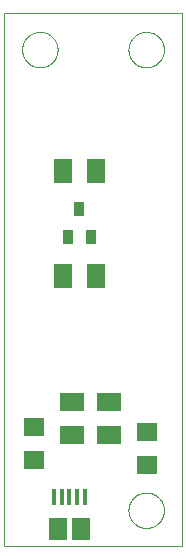
<source format=gbp>
G75*
%MOIN*%
%OFA0B0*%
%FSLAX25Y25*%
%IPPOS*%
%LPD*%
%AMOC8*
5,1,8,0,0,1.08239X$1,22.5*
%
%ADD10C,0.00000*%
%ADD11R,0.07087X0.06299*%
%ADD12R,0.03543X0.04724*%
%ADD13R,0.06299X0.07874*%
%ADD14R,0.07874X0.06299*%
%ADD15R,0.01575X0.05315*%
%ADD16R,0.05906X0.07480*%
D10*
X0001800Y0005756D02*
X0001800Y0183295D01*
X0060855Y0183295D01*
X0060855Y0005756D01*
X0001800Y0005756D01*
X0043138Y0017567D02*
X0043140Y0017720D01*
X0043146Y0017874D01*
X0043156Y0018027D01*
X0043170Y0018179D01*
X0043188Y0018332D01*
X0043210Y0018483D01*
X0043235Y0018634D01*
X0043265Y0018785D01*
X0043299Y0018935D01*
X0043336Y0019083D01*
X0043377Y0019231D01*
X0043422Y0019377D01*
X0043471Y0019523D01*
X0043524Y0019667D01*
X0043580Y0019809D01*
X0043640Y0019950D01*
X0043704Y0020090D01*
X0043771Y0020228D01*
X0043842Y0020364D01*
X0043917Y0020498D01*
X0043994Y0020630D01*
X0044076Y0020760D01*
X0044160Y0020888D01*
X0044248Y0021014D01*
X0044339Y0021137D01*
X0044433Y0021258D01*
X0044531Y0021376D01*
X0044631Y0021492D01*
X0044735Y0021605D01*
X0044841Y0021716D01*
X0044950Y0021824D01*
X0045062Y0021929D01*
X0045176Y0022030D01*
X0045294Y0022129D01*
X0045413Y0022225D01*
X0045535Y0022318D01*
X0045660Y0022407D01*
X0045787Y0022494D01*
X0045916Y0022576D01*
X0046047Y0022656D01*
X0046180Y0022732D01*
X0046315Y0022805D01*
X0046452Y0022874D01*
X0046591Y0022939D01*
X0046731Y0023001D01*
X0046873Y0023059D01*
X0047016Y0023114D01*
X0047161Y0023165D01*
X0047307Y0023212D01*
X0047454Y0023255D01*
X0047602Y0023294D01*
X0047751Y0023330D01*
X0047901Y0023361D01*
X0048052Y0023389D01*
X0048203Y0023413D01*
X0048356Y0023433D01*
X0048508Y0023449D01*
X0048661Y0023461D01*
X0048814Y0023469D01*
X0048967Y0023473D01*
X0049121Y0023473D01*
X0049274Y0023469D01*
X0049427Y0023461D01*
X0049580Y0023449D01*
X0049732Y0023433D01*
X0049885Y0023413D01*
X0050036Y0023389D01*
X0050187Y0023361D01*
X0050337Y0023330D01*
X0050486Y0023294D01*
X0050634Y0023255D01*
X0050781Y0023212D01*
X0050927Y0023165D01*
X0051072Y0023114D01*
X0051215Y0023059D01*
X0051357Y0023001D01*
X0051497Y0022939D01*
X0051636Y0022874D01*
X0051773Y0022805D01*
X0051908Y0022732D01*
X0052041Y0022656D01*
X0052172Y0022576D01*
X0052301Y0022494D01*
X0052428Y0022407D01*
X0052553Y0022318D01*
X0052675Y0022225D01*
X0052794Y0022129D01*
X0052912Y0022030D01*
X0053026Y0021929D01*
X0053138Y0021824D01*
X0053247Y0021716D01*
X0053353Y0021605D01*
X0053457Y0021492D01*
X0053557Y0021376D01*
X0053655Y0021258D01*
X0053749Y0021137D01*
X0053840Y0021014D01*
X0053928Y0020888D01*
X0054012Y0020760D01*
X0054094Y0020630D01*
X0054171Y0020498D01*
X0054246Y0020364D01*
X0054317Y0020228D01*
X0054384Y0020090D01*
X0054448Y0019950D01*
X0054508Y0019809D01*
X0054564Y0019667D01*
X0054617Y0019523D01*
X0054666Y0019377D01*
X0054711Y0019231D01*
X0054752Y0019083D01*
X0054789Y0018935D01*
X0054823Y0018785D01*
X0054853Y0018634D01*
X0054878Y0018483D01*
X0054900Y0018332D01*
X0054918Y0018179D01*
X0054932Y0018027D01*
X0054942Y0017874D01*
X0054948Y0017720D01*
X0054950Y0017567D01*
X0054948Y0017414D01*
X0054942Y0017260D01*
X0054932Y0017107D01*
X0054918Y0016955D01*
X0054900Y0016802D01*
X0054878Y0016651D01*
X0054853Y0016500D01*
X0054823Y0016349D01*
X0054789Y0016199D01*
X0054752Y0016051D01*
X0054711Y0015903D01*
X0054666Y0015757D01*
X0054617Y0015611D01*
X0054564Y0015467D01*
X0054508Y0015325D01*
X0054448Y0015184D01*
X0054384Y0015044D01*
X0054317Y0014906D01*
X0054246Y0014770D01*
X0054171Y0014636D01*
X0054094Y0014504D01*
X0054012Y0014374D01*
X0053928Y0014246D01*
X0053840Y0014120D01*
X0053749Y0013997D01*
X0053655Y0013876D01*
X0053557Y0013758D01*
X0053457Y0013642D01*
X0053353Y0013529D01*
X0053247Y0013418D01*
X0053138Y0013310D01*
X0053026Y0013205D01*
X0052912Y0013104D01*
X0052794Y0013005D01*
X0052675Y0012909D01*
X0052553Y0012816D01*
X0052428Y0012727D01*
X0052301Y0012640D01*
X0052172Y0012558D01*
X0052041Y0012478D01*
X0051908Y0012402D01*
X0051773Y0012329D01*
X0051636Y0012260D01*
X0051497Y0012195D01*
X0051357Y0012133D01*
X0051215Y0012075D01*
X0051072Y0012020D01*
X0050927Y0011969D01*
X0050781Y0011922D01*
X0050634Y0011879D01*
X0050486Y0011840D01*
X0050337Y0011804D01*
X0050187Y0011773D01*
X0050036Y0011745D01*
X0049885Y0011721D01*
X0049732Y0011701D01*
X0049580Y0011685D01*
X0049427Y0011673D01*
X0049274Y0011665D01*
X0049121Y0011661D01*
X0048967Y0011661D01*
X0048814Y0011665D01*
X0048661Y0011673D01*
X0048508Y0011685D01*
X0048356Y0011701D01*
X0048203Y0011721D01*
X0048052Y0011745D01*
X0047901Y0011773D01*
X0047751Y0011804D01*
X0047602Y0011840D01*
X0047454Y0011879D01*
X0047307Y0011922D01*
X0047161Y0011969D01*
X0047016Y0012020D01*
X0046873Y0012075D01*
X0046731Y0012133D01*
X0046591Y0012195D01*
X0046452Y0012260D01*
X0046315Y0012329D01*
X0046180Y0012402D01*
X0046047Y0012478D01*
X0045916Y0012558D01*
X0045787Y0012640D01*
X0045660Y0012727D01*
X0045535Y0012816D01*
X0045413Y0012909D01*
X0045294Y0013005D01*
X0045176Y0013104D01*
X0045062Y0013205D01*
X0044950Y0013310D01*
X0044841Y0013418D01*
X0044735Y0013529D01*
X0044631Y0013642D01*
X0044531Y0013758D01*
X0044433Y0013876D01*
X0044339Y0013997D01*
X0044248Y0014120D01*
X0044160Y0014246D01*
X0044076Y0014374D01*
X0043994Y0014504D01*
X0043917Y0014636D01*
X0043842Y0014770D01*
X0043771Y0014906D01*
X0043704Y0015044D01*
X0043640Y0015184D01*
X0043580Y0015325D01*
X0043524Y0015467D01*
X0043471Y0015611D01*
X0043422Y0015757D01*
X0043377Y0015903D01*
X0043336Y0016051D01*
X0043299Y0016199D01*
X0043265Y0016349D01*
X0043235Y0016500D01*
X0043210Y0016651D01*
X0043188Y0016802D01*
X0043170Y0016955D01*
X0043156Y0017107D01*
X0043146Y0017260D01*
X0043140Y0017414D01*
X0043138Y0017567D01*
X0043138Y0171110D02*
X0043140Y0171263D01*
X0043146Y0171417D01*
X0043156Y0171570D01*
X0043170Y0171722D01*
X0043188Y0171875D01*
X0043210Y0172026D01*
X0043235Y0172177D01*
X0043265Y0172328D01*
X0043299Y0172478D01*
X0043336Y0172626D01*
X0043377Y0172774D01*
X0043422Y0172920D01*
X0043471Y0173066D01*
X0043524Y0173210D01*
X0043580Y0173352D01*
X0043640Y0173493D01*
X0043704Y0173633D01*
X0043771Y0173771D01*
X0043842Y0173907D01*
X0043917Y0174041D01*
X0043994Y0174173D01*
X0044076Y0174303D01*
X0044160Y0174431D01*
X0044248Y0174557D01*
X0044339Y0174680D01*
X0044433Y0174801D01*
X0044531Y0174919D01*
X0044631Y0175035D01*
X0044735Y0175148D01*
X0044841Y0175259D01*
X0044950Y0175367D01*
X0045062Y0175472D01*
X0045176Y0175573D01*
X0045294Y0175672D01*
X0045413Y0175768D01*
X0045535Y0175861D01*
X0045660Y0175950D01*
X0045787Y0176037D01*
X0045916Y0176119D01*
X0046047Y0176199D01*
X0046180Y0176275D01*
X0046315Y0176348D01*
X0046452Y0176417D01*
X0046591Y0176482D01*
X0046731Y0176544D01*
X0046873Y0176602D01*
X0047016Y0176657D01*
X0047161Y0176708D01*
X0047307Y0176755D01*
X0047454Y0176798D01*
X0047602Y0176837D01*
X0047751Y0176873D01*
X0047901Y0176904D01*
X0048052Y0176932D01*
X0048203Y0176956D01*
X0048356Y0176976D01*
X0048508Y0176992D01*
X0048661Y0177004D01*
X0048814Y0177012D01*
X0048967Y0177016D01*
X0049121Y0177016D01*
X0049274Y0177012D01*
X0049427Y0177004D01*
X0049580Y0176992D01*
X0049732Y0176976D01*
X0049885Y0176956D01*
X0050036Y0176932D01*
X0050187Y0176904D01*
X0050337Y0176873D01*
X0050486Y0176837D01*
X0050634Y0176798D01*
X0050781Y0176755D01*
X0050927Y0176708D01*
X0051072Y0176657D01*
X0051215Y0176602D01*
X0051357Y0176544D01*
X0051497Y0176482D01*
X0051636Y0176417D01*
X0051773Y0176348D01*
X0051908Y0176275D01*
X0052041Y0176199D01*
X0052172Y0176119D01*
X0052301Y0176037D01*
X0052428Y0175950D01*
X0052553Y0175861D01*
X0052675Y0175768D01*
X0052794Y0175672D01*
X0052912Y0175573D01*
X0053026Y0175472D01*
X0053138Y0175367D01*
X0053247Y0175259D01*
X0053353Y0175148D01*
X0053457Y0175035D01*
X0053557Y0174919D01*
X0053655Y0174801D01*
X0053749Y0174680D01*
X0053840Y0174557D01*
X0053928Y0174431D01*
X0054012Y0174303D01*
X0054094Y0174173D01*
X0054171Y0174041D01*
X0054246Y0173907D01*
X0054317Y0173771D01*
X0054384Y0173633D01*
X0054448Y0173493D01*
X0054508Y0173352D01*
X0054564Y0173210D01*
X0054617Y0173066D01*
X0054666Y0172920D01*
X0054711Y0172774D01*
X0054752Y0172626D01*
X0054789Y0172478D01*
X0054823Y0172328D01*
X0054853Y0172177D01*
X0054878Y0172026D01*
X0054900Y0171875D01*
X0054918Y0171722D01*
X0054932Y0171570D01*
X0054942Y0171417D01*
X0054948Y0171263D01*
X0054950Y0171110D01*
X0054948Y0170957D01*
X0054942Y0170803D01*
X0054932Y0170650D01*
X0054918Y0170498D01*
X0054900Y0170345D01*
X0054878Y0170194D01*
X0054853Y0170043D01*
X0054823Y0169892D01*
X0054789Y0169742D01*
X0054752Y0169594D01*
X0054711Y0169446D01*
X0054666Y0169300D01*
X0054617Y0169154D01*
X0054564Y0169010D01*
X0054508Y0168868D01*
X0054448Y0168727D01*
X0054384Y0168587D01*
X0054317Y0168449D01*
X0054246Y0168313D01*
X0054171Y0168179D01*
X0054094Y0168047D01*
X0054012Y0167917D01*
X0053928Y0167789D01*
X0053840Y0167663D01*
X0053749Y0167540D01*
X0053655Y0167419D01*
X0053557Y0167301D01*
X0053457Y0167185D01*
X0053353Y0167072D01*
X0053247Y0166961D01*
X0053138Y0166853D01*
X0053026Y0166748D01*
X0052912Y0166647D01*
X0052794Y0166548D01*
X0052675Y0166452D01*
X0052553Y0166359D01*
X0052428Y0166270D01*
X0052301Y0166183D01*
X0052172Y0166101D01*
X0052041Y0166021D01*
X0051908Y0165945D01*
X0051773Y0165872D01*
X0051636Y0165803D01*
X0051497Y0165738D01*
X0051357Y0165676D01*
X0051215Y0165618D01*
X0051072Y0165563D01*
X0050927Y0165512D01*
X0050781Y0165465D01*
X0050634Y0165422D01*
X0050486Y0165383D01*
X0050337Y0165347D01*
X0050187Y0165316D01*
X0050036Y0165288D01*
X0049885Y0165264D01*
X0049732Y0165244D01*
X0049580Y0165228D01*
X0049427Y0165216D01*
X0049274Y0165208D01*
X0049121Y0165204D01*
X0048967Y0165204D01*
X0048814Y0165208D01*
X0048661Y0165216D01*
X0048508Y0165228D01*
X0048356Y0165244D01*
X0048203Y0165264D01*
X0048052Y0165288D01*
X0047901Y0165316D01*
X0047751Y0165347D01*
X0047602Y0165383D01*
X0047454Y0165422D01*
X0047307Y0165465D01*
X0047161Y0165512D01*
X0047016Y0165563D01*
X0046873Y0165618D01*
X0046731Y0165676D01*
X0046591Y0165738D01*
X0046452Y0165803D01*
X0046315Y0165872D01*
X0046180Y0165945D01*
X0046047Y0166021D01*
X0045916Y0166101D01*
X0045787Y0166183D01*
X0045660Y0166270D01*
X0045535Y0166359D01*
X0045413Y0166452D01*
X0045294Y0166548D01*
X0045176Y0166647D01*
X0045062Y0166748D01*
X0044950Y0166853D01*
X0044841Y0166961D01*
X0044735Y0167072D01*
X0044631Y0167185D01*
X0044531Y0167301D01*
X0044433Y0167419D01*
X0044339Y0167540D01*
X0044248Y0167663D01*
X0044160Y0167789D01*
X0044076Y0167917D01*
X0043994Y0168047D01*
X0043917Y0168179D01*
X0043842Y0168313D01*
X0043771Y0168449D01*
X0043704Y0168587D01*
X0043640Y0168727D01*
X0043580Y0168868D01*
X0043524Y0169010D01*
X0043471Y0169154D01*
X0043422Y0169300D01*
X0043377Y0169446D01*
X0043336Y0169594D01*
X0043299Y0169742D01*
X0043265Y0169892D01*
X0043235Y0170043D01*
X0043210Y0170194D01*
X0043188Y0170345D01*
X0043170Y0170498D01*
X0043156Y0170650D01*
X0043146Y0170803D01*
X0043140Y0170957D01*
X0043138Y0171110D01*
X0007705Y0171110D02*
X0007707Y0171263D01*
X0007713Y0171417D01*
X0007723Y0171570D01*
X0007737Y0171722D01*
X0007755Y0171875D01*
X0007777Y0172026D01*
X0007802Y0172177D01*
X0007832Y0172328D01*
X0007866Y0172478D01*
X0007903Y0172626D01*
X0007944Y0172774D01*
X0007989Y0172920D01*
X0008038Y0173066D01*
X0008091Y0173210D01*
X0008147Y0173352D01*
X0008207Y0173493D01*
X0008271Y0173633D01*
X0008338Y0173771D01*
X0008409Y0173907D01*
X0008484Y0174041D01*
X0008561Y0174173D01*
X0008643Y0174303D01*
X0008727Y0174431D01*
X0008815Y0174557D01*
X0008906Y0174680D01*
X0009000Y0174801D01*
X0009098Y0174919D01*
X0009198Y0175035D01*
X0009302Y0175148D01*
X0009408Y0175259D01*
X0009517Y0175367D01*
X0009629Y0175472D01*
X0009743Y0175573D01*
X0009861Y0175672D01*
X0009980Y0175768D01*
X0010102Y0175861D01*
X0010227Y0175950D01*
X0010354Y0176037D01*
X0010483Y0176119D01*
X0010614Y0176199D01*
X0010747Y0176275D01*
X0010882Y0176348D01*
X0011019Y0176417D01*
X0011158Y0176482D01*
X0011298Y0176544D01*
X0011440Y0176602D01*
X0011583Y0176657D01*
X0011728Y0176708D01*
X0011874Y0176755D01*
X0012021Y0176798D01*
X0012169Y0176837D01*
X0012318Y0176873D01*
X0012468Y0176904D01*
X0012619Y0176932D01*
X0012770Y0176956D01*
X0012923Y0176976D01*
X0013075Y0176992D01*
X0013228Y0177004D01*
X0013381Y0177012D01*
X0013534Y0177016D01*
X0013688Y0177016D01*
X0013841Y0177012D01*
X0013994Y0177004D01*
X0014147Y0176992D01*
X0014299Y0176976D01*
X0014452Y0176956D01*
X0014603Y0176932D01*
X0014754Y0176904D01*
X0014904Y0176873D01*
X0015053Y0176837D01*
X0015201Y0176798D01*
X0015348Y0176755D01*
X0015494Y0176708D01*
X0015639Y0176657D01*
X0015782Y0176602D01*
X0015924Y0176544D01*
X0016064Y0176482D01*
X0016203Y0176417D01*
X0016340Y0176348D01*
X0016475Y0176275D01*
X0016608Y0176199D01*
X0016739Y0176119D01*
X0016868Y0176037D01*
X0016995Y0175950D01*
X0017120Y0175861D01*
X0017242Y0175768D01*
X0017361Y0175672D01*
X0017479Y0175573D01*
X0017593Y0175472D01*
X0017705Y0175367D01*
X0017814Y0175259D01*
X0017920Y0175148D01*
X0018024Y0175035D01*
X0018124Y0174919D01*
X0018222Y0174801D01*
X0018316Y0174680D01*
X0018407Y0174557D01*
X0018495Y0174431D01*
X0018579Y0174303D01*
X0018661Y0174173D01*
X0018738Y0174041D01*
X0018813Y0173907D01*
X0018884Y0173771D01*
X0018951Y0173633D01*
X0019015Y0173493D01*
X0019075Y0173352D01*
X0019131Y0173210D01*
X0019184Y0173066D01*
X0019233Y0172920D01*
X0019278Y0172774D01*
X0019319Y0172626D01*
X0019356Y0172478D01*
X0019390Y0172328D01*
X0019420Y0172177D01*
X0019445Y0172026D01*
X0019467Y0171875D01*
X0019485Y0171722D01*
X0019499Y0171570D01*
X0019509Y0171417D01*
X0019515Y0171263D01*
X0019517Y0171110D01*
X0019515Y0170957D01*
X0019509Y0170803D01*
X0019499Y0170650D01*
X0019485Y0170498D01*
X0019467Y0170345D01*
X0019445Y0170194D01*
X0019420Y0170043D01*
X0019390Y0169892D01*
X0019356Y0169742D01*
X0019319Y0169594D01*
X0019278Y0169446D01*
X0019233Y0169300D01*
X0019184Y0169154D01*
X0019131Y0169010D01*
X0019075Y0168868D01*
X0019015Y0168727D01*
X0018951Y0168587D01*
X0018884Y0168449D01*
X0018813Y0168313D01*
X0018738Y0168179D01*
X0018661Y0168047D01*
X0018579Y0167917D01*
X0018495Y0167789D01*
X0018407Y0167663D01*
X0018316Y0167540D01*
X0018222Y0167419D01*
X0018124Y0167301D01*
X0018024Y0167185D01*
X0017920Y0167072D01*
X0017814Y0166961D01*
X0017705Y0166853D01*
X0017593Y0166748D01*
X0017479Y0166647D01*
X0017361Y0166548D01*
X0017242Y0166452D01*
X0017120Y0166359D01*
X0016995Y0166270D01*
X0016868Y0166183D01*
X0016739Y0166101D01*
X0016608Y0166021D01*
X0016475Y0165945D01*
X0016340Y0165872D01*
X0016203Y0165803D01*
X0016064Y0165738D01*
X0015924Y0165676D01*
X0015782Y0165618D01*
X0015639Y0165563D01*
X0015494Y0165512D01*
X0015348Y0165465D01*
X0015201Y0165422D01*
X0015053Y0165383D01*
X0014904Y0165347D01*
X0014754Y0165316D01*
X0014603Y0165288D01*
X0014452Y0165264D01*
X0014299Y0165244D01*
X0014147Y0165228D01*
X0013994Y0165216D01*
X0013841Y0165208D01*
X0013688Y0165204D01*
X0013534Y0165204D01*
X0013381Y0165208D01*
X0013228Y0165216D01*
X0013075Y0165228D01*
X0012923Y0165244D01*
X0012770Y0165264D01*
X0012619Y0165288D01*
X0012468Y0165316D01*
X0012318Y0165347D01*
X0012169Y0165383D01*
X0012021Y0165422D01*
X0011874Y0165465D01*
X0011728Y0165512D01*
X0011583Y0165563D01*
X0011440Y0165618D01*
X0011298Y0165676D01*
X0011158Y0165738D01*
X0011019Y0165803D01*
X0010882Y0165872D01*
X0010747Y0165945D01*
X0010614Y0166021D01*
X0010483Y0166101D01*
X0010354Y0166183D01*
X0010227Y0166270D01*
X0010102Y0166359D01*
X0009980Y0166452D01*
X0009861Y0166548D01*
X0009743Y0166647D01*
X0009629Y0166748D01*
X0009517Y0166853D01*
X0009408Y0166961D01*
X0009302Y0167072D01*
X0009198Y0167185D01*
X0009098Y0167301D01*
X0009000Y0167419D01*
X0008906Y0167540D01*
X0008815Y0167663D01*
X0008727Y0167789D01*
X0008643Y0167917D01*
X0008561Y0168047D01*
X0008484Y0168179D01*
X0008409Y0168313D01*
X0008338Y0168449D01*
X0008271Y0168587D01*
X0008207Y0168727D01*
X0008147Y0168868D01*
X0008091Y0169010D01*
X0008038Y0169154D01*
X0007989Y0169300D01*
X0007944Y0169446D01*
X0007903Y0169594D01*
X0007866Y0169742D01*
X0007832Y0169892D01*
X0007802Y0170043D01*
X0007777Y0170194D01*
X0007755Y0170345D01*
X0007737Y0170498D01*
X0007723Y0170650D01*
X0007713Y0170803D01*
X0007707Y0170957D01*
X0007705Y0171110D01*
D11*
X0011800Y0045205D03*
X0011800Y0034181D03*
X0049300Y0032744D03*
X0049300Y0043768D03*
D12*
X0030540Y0108531D03*
X0026800Y0117980D03*
X0023060Y0108531D03*
D13*
X0021288Y0095756D03*
X0032312Y0095756D03*
X0032312Y0130756D03*
X0021288Y0130756D03*
D14*
X0024300Y0053768D03*
X0024300Y0042744D03*
X0036800Y0042744D03*
X0036800Y0053768D03*
D15*
X0028572Y0022094D03*
X0026013Y0022094D03*
X0023454Y0022094D03*
X0020894Y0022094D03*
X0018335Y0022094D03*
D16*
X0019517Y0011465D03*
X0027391Y0011465D03*
M02*

</source>
